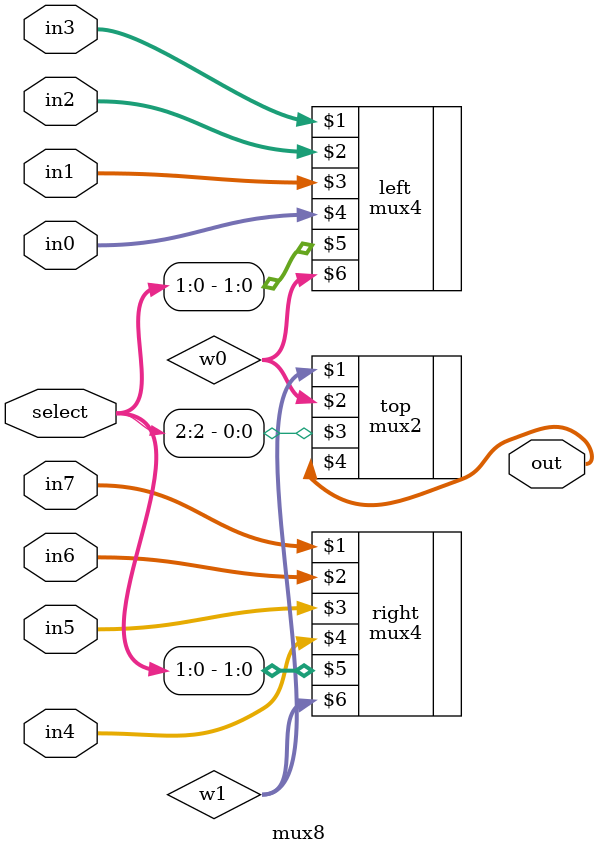
<source format=v>

module mux8(in7, in6, in5, in4, in3, in2, in1, in0, select, out);

	input [2:0] select;
	input [31:0] in7, in6, in5, in4, in3, in2, in1, in0;
	output [31:0] out;
	wire [31:0] w0, w1;
	
	mux4 left(in3, in2, in1, in0, select[1:0], w0);
	mux4 right(in7, in6, in5, in4, select[1:0], w1);
	mux2 top(w1, w0, select[2], out);

endmodule 
</source>
